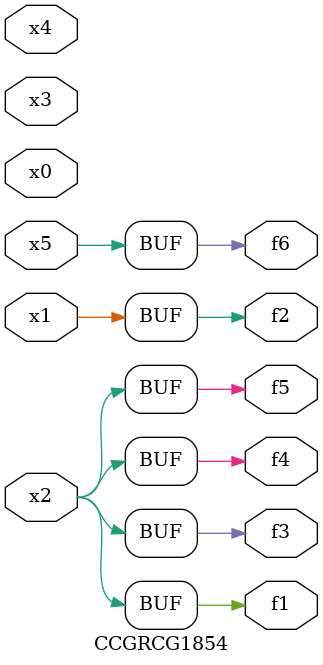
<source format=v>
module CCGRCG1854(
	input x0, x1, x2, x3, x4, x5,
	output f1, f2, f3, f4, f5, f6
);
	assign f1 = x2;
	assign f2 = x1;
	assign f3 = x2;
	assign f4 = x2;
	assign f5 = x2;
	assign f6 = x5;
endmodule

</source>
